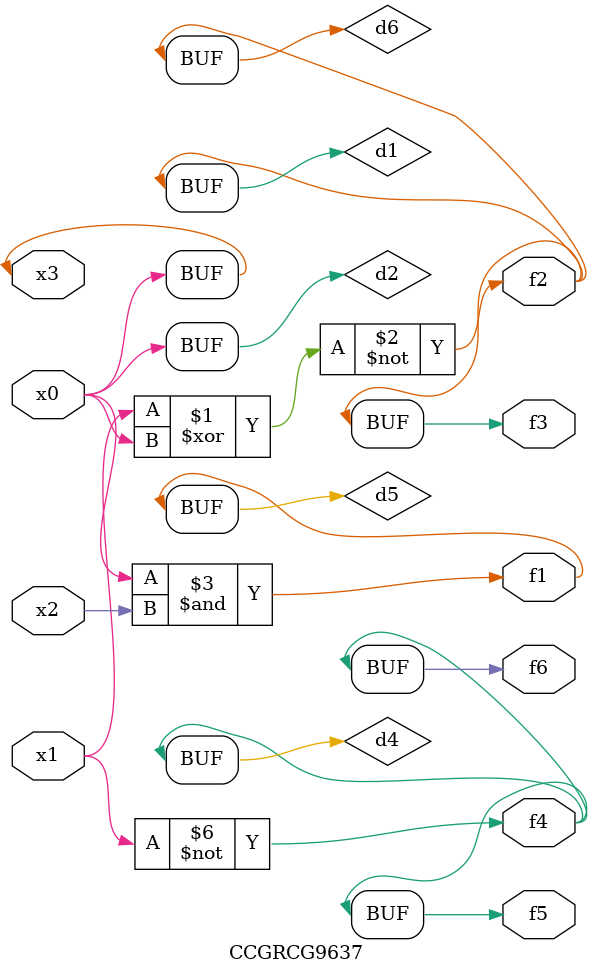
<source format=v>
module CCGRCG9637(
	input x0, x1, x2, x3,
	output f1, f2, f3, f4, f5, f6
);

	wire d1, d2, d3, d4, d5, d6;

	xnor (d1, x1, x3);
	buf (d2, x0, x3);
	nand (d3, x0, x2);
	not (d4, x1);
	nand (d5, d3);
	or (d6, d1);
	assign f1 = d5;
	assign f2 = d6;
	assign f3 = d6;
	assign f4 = d4;
	assign f5 = d4;
	assign f6 = d4;
endmodule

</source>
